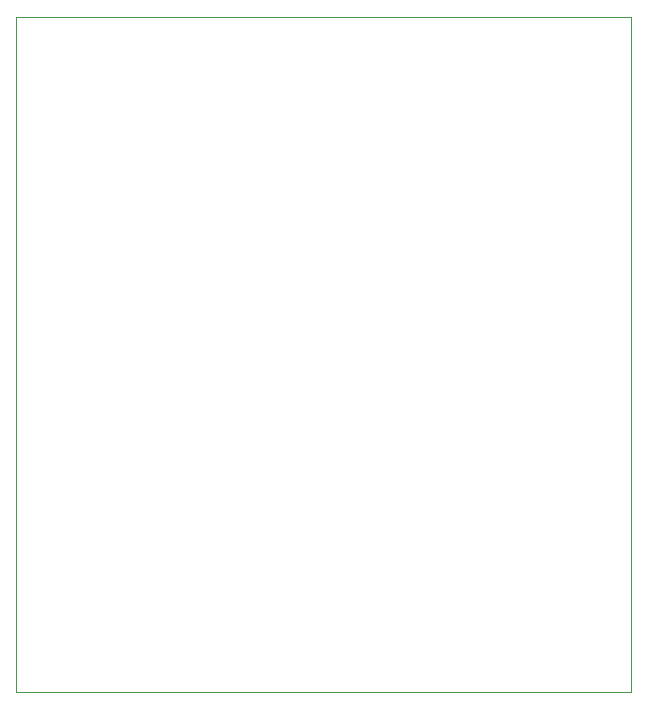
<source format=gbr>
%TF.GenerationSoftware,KiCad,Pcbnew,(5.1.10)-1*%
%TF.CreationDate,2021-11-07T09:24:00-08:00*%
%TF.ProjectId,encoder_5v_to_3v,656e636f-6465-4725-9f35-765f746f5f33,rev?*%
%TF.SameCoordinates,Original*%
%TF.FileFunction,Profile,NP*%
%FSLAX46Y46*%
G04 Gerber Fmt 4.6, Leading zero omitted, Abs format (unit mm)*
G04 Created by KiCad (PCBNEW (5.1.10)-1) date 2021-11-07 09:24:00*
%MOMM*%
%LPD*%
G01*
G04 APERTURE LIST*
%TA.AperFunction,Profile*%
%ADD10C,0.050000*%
%TD*%
G04 APERTURE END LIST*
D10*
X140970000Y-130810000D02*
X88900000Y-130810000D01*
X140970000Y-73660000D02*
X140970000Y-130810000D01*
X88900000Y-73660000D02*
X140970000Y-73660000D01*
X88900000Y-130810000D02*
X88900000Y-73660000D01*
M02*

</source>
